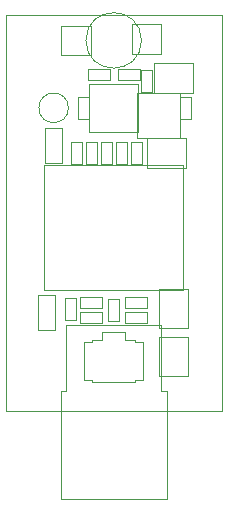
<source format=gbr>
%TF.GenerationSoftware,KiCad,Pcbnew,5.1.7+dfsg1-1~bpo10+1*%
%TF.CreationDate,Date%
%TF.ProjectId,ProMicro_POS,50726f4d-6963-4726-9f5f-504f532e6b69,v3.3*%
%TF.SameCoordinates,Original*%
%TF.FileFunction,Other,User*%
%FSLAX46Y46*%
G04 Gerber Fmt 4.6, Leading zero omitted, Abs format (unit mm)*
G04 Created by KiCad*
%MOMM*%
%LPD*%
G01*
G04 APERTURE LIST*
%ADD10C,0.050000*%
G04 APERTURE END LIST*
D10*
%TO.C,A1*%
X1520000Y-4060000D02*
X-16760000Y-4060000D01*
X1520000Y-4060000D02*
X1520000Y29460000D01*
X-16760000Y29460000D02*
X-16760000Y-4060000D01*
X-16760000Y29460000D02*
X1520000Y29460000D01*
%TO.C,R5*%
X-5245000Y16850000D02*
X-6185000Y16850000D01*
X-6185000Y16850000D02*
X-6185000Y18710000D01*
X-6185000Y18710000D02*
X-5245000Y18710000D01*
X-5245000Y18710000D02*
X-5245000Y16850000D01*
%TO.C,R4*%
X-6515000Y16850000D02*
X-7455000Y16850000D01*
X-7455000Y16850000D02*
X-7455000Y18710000D01*
X-7455000Y18710000D02*
X-6515000Y18710000D01*
X-6515000Y18710000D02*
X-6515000Y16850000D01*
%TO.C,H2*%
X-5270000Y27305000D02*
G75*
G03*
X-5270000Y27305000I-2350000J0D01*
G01*
%TO.C,U2*%
X-5610000Y19055000D02*
X-5610000Y22855000D01*
X-5610000Y22855000D02*
X-2010000Y22855000D01*
X-2010000Y22855000D02*
X-2010000Y19055000D01*
X-2010000Y19055000D02*
X-5610000Y19055000D01*
%TO.C,C3*%
X-4356000Y22946000D02*
X-5296000Y22946000D01*
X-5296000Y22946000D02*
X-5296000Y24806000D01*
X-5296000Y24806000D02*
X-4356000Y24806000D01*
X-4356000Y24806000D02*
X-4356000Y22946000D01*
%TO.C,C2*%
X-1054000Y20660000D02*
X-1994000Y20660000D01*
X-1994000Y20660000D02*
X-1994000Y22520000D01*
X-1994000Y22520000D02*
X-1054000Y22520000D01*
X-1054000Y22520000D02*
X-1054000Y20660000D01*
%TO.C,C1*%
X-8725000Y18710000D02*
X-7785000Y18710000D01*
X-7785000Y18710000D02*
X-7785000Y16850000D01*
X-7785000Y16850000D02*
X-8725000Y16850000D01*
X-8725000Y16850000D02*
X-8725000Y18710000D01*
%TO.C,TP4*%
X-11450000Y21590000D02*
G75*
G03*
X-11450000Y21590000I-1250000J0D01*
G01*
%TO.C,JP1*%
X-4190000Y25380000D02*
X-890000Y25380000D01*
X-4190000Y25380000D02*
X-4190000Y22880000D01*
X-890000Y22880000D02*
X-890000Y25380000D01*
X-890000Y22880000D02*
X-4190000Y22880000D01*
%TO.C,JP3*%
X-1290000Y6222000D02*
X-1290000Y2922000D01*
X-1290000Y6222000D02*
X-3790000Y6222000D01*
X-3790000Y2922000D02*
X-1290000Y2922000D01*
X-3790000Y2922000D02*
X-3790000Y6222000D01*
%TO.C,C4*%
X-9995000Y18710000D02*
X-9055000Y18710000D01*
X-9055000Y18710000D02*
X-9055000Y16850000D01*
X-9055000Y16850000D02*
X-9995000Y16850000D01*
X-9995000Y16850000D02*
X-9995000Y18710000D01*
%TO.C,C7*%
X-10630000Y22520000D02*
X-9690000Y22520000D01*
X-9690000Y22520000D02*
X-9690000Y20660000D01*
X-9690000Y20660000D02*
X-10630000Y20660000D01*
X-10630000Y20660000D02*
X-10630000Y22520000D01*
%TO.C,C9*%
X-11773000Y3665000D02*
X-11773000Y5525000D01*
X-10833000Y3665000D02*
X-11773000Y3665000D01*
X-10833000Y5525000D02*
X-10833000Y3665000D01*
X-11773000Y5525000D02*
X-10833000Y5525000D01*
%TO.C,JP4*%
X-1525000Y16530000D02*
X-4825000Y16530000D01*
X-1525000Y16530000D02*
X-1525000Y19030000D01*
X-4825000Y19030000D02*
X-4825000Y16530000D01*
X-4825000Y19030000D02*
X-1525000Y19030000D01*
%TO.C,TP6*%
X-6076000Y26182000D02*
X-6076000Y28682000D01*
X-6076000Y26182000D02*
X-3576000Y26182000D01*
X-3576000Y28682000D02*
X-6076000Y28682000D01*
X-3576000Y28682000D02*
X-3576000Y26182000D01*
%TO.C,TP5*%
X-12045000Y28555000D02*
X-9545000Y28555000D01*
X-12045000Y28555000D02*
X-12045000Y26055000D01*
X-9545000Y26055000D02*
X-9545000Y28555000D01*
X-9545000Y26055000D02*
X-12045000Y26055000D01*
%TO.C,C6*%
X-7280000Y23914000D02*
X-7280000Y24854000D01*
X-7280000Y24854000D02*
X-5420000Y24854000D01*
X-5420000Y24854000D02*
X-5420000Y23914000D01*
X-5420000Y23914000D02*
X-7280000Y23914000D01*
%TO.C,C5*%
X-7960000Y24854000D02*
X-7960000Y23914000D01*
X-7960000Y23914000D02*
X-9820000Y23914000D01*
X-9820000Y23914000D02*
X-9820000Y24854000D01*
X-9820000Y24854000D02*
X-7960000Y24854000D01*
%TO.C,U1*%
X-9670000Y19540000D02*
X-9670000Y23640000D01*
X-9670000Y23640000D02*
X-5570000Y23640000D01*
X-5570000Y23640000D02*
X-5570000Y19540000D01*
X-5570000Y19540000D02*
X-9670000Y19540000D01*
%TO.C,JP2*%
X-1290000Y2158000D02*
X-1290000Y-1142000D01*
X-1290000Y2158000D02*
X-3790000Y2158000D01*
X-3790000Y-1142000D02*
X-1290000Y-1142000D01*
X-3790000Y-1142000D02*
X-3790000Y2158000D01*
%TO.C,J1*%
X-6620000Y1955000D02*
X-6620000Y2655000D01*
X-9420000Y1955000D02*
X-8620000Y1955000D01*
X-5820000Y1955000D02*
X-5820000Y1755000D01*
X-5820000Y1755000D02*
X-5120000Y1755000D01*
X-5120000Y-1445000D02*
X-5120000Y1755000D01*
X-6620000Y1955000D02*
X-5820000Y1955000D01*
X-5820000Y-1445000D02*
X-5120000Y-1445000D01*
X-5820000Y-1445000D02*
X-5820000Y-1645000D01*
X-10120000Y-1445000D02*
X-10120000Y1755000D01*
X-10120000Y1755000D02*
X-9420000Y1755000D01*
X-9420000Y1955000D02*
X-9420000Y1755000D01*
X-9420000Y-1645000D02*
X-5820000Y-1645000D01*
X-10120000Y-1445000D02*
X-9420000Y-1445000D01*
X-9420000Y-1445000D02*
X-9420000Y-1645000D01*
X-8620000Y1955000D02*
X-8620000Y2655000D01*
X-8620000Y2655000D02*
X-6620000Y2655000D01*
%TO.C,R3*%
X-11265000Y18710000D02*
X-10325000Y18710000D01*
X-10325000Y18710000D02*
X-10325000Y16850000D01*
X-10325000Y16850000D02*
X-11265000Y16850000D01*
X-11265000Y16850000D02*
X-11265000Y18710000D01*
%TO.C,D1*%
X-11970000Y16935000D02*
X-13430000Y16935000D01*
X-13430000Y16935000D02*
X-13430000Y19895000D01*
X-13430000Y19895000D02*
X-11970000Y19895000D01*
X-11970000Y19895000D02*
X-11970000Y16935000D01*
%TO.C,C8*%
X-14065000Y5772500D02*
X-12605000Y5772500D01*
X-12605000Y5772500D02*
X-12605000Y2812500D01*
X-12605000Y2812500D02*
X-14065000Y2812500D01*
X-14065000Y2812500D02*
X-14065000Y5772500D01*
%TO.C,R1*%
X-8595000Y4610000D02*
X-10455000Y4610000D01*
X-8595000Y5550000D02*
X-8595000Y4610000D01*
X-10455000Y5550000D02*
X-8595000Y5550000D01*
X-10455000Y4610000D02*
X-10455000Y5550000D01*
%TO.C,L1*%
X-8595000Y3340000D02*
X-10455000Y3340000D01*
X-8595000Y4280000D02*
X-8595000Y3340000D01*
X-10455000Y4280000D02*
X-8595000Y4280000D01*
X-10455000Y3340000D02*
X-10455000Y4280000D01*
%TO.C,R2*%
X-7150000Y3515000D02*
X-8090000Y3515000D01*
X-8090000Y3515000D02*
X-8090000Y5375000D01*
X-8090000Y5375000D02*
X-7150000Y5375000D01*
X-7150000Y5375000D02*
X-7150000Y3515000D01*
%TO.C,C11*%
X-6645000Y3340000D02*
X-6645000Y4280000D01*
X-6645000Y4280000D02*
X-4785000Y4280000D01*
X-4785000Y4280000D02*
X-4785000Y3340000D01*
X-4785000Y3340000D02*
X-6645000Y3340000D01*
%TO.C,C10*%
X-6645000Y4610000D02*
X-6645000Y5550000D01*
X-6645000Y5550000D02*
X-4785000Y5550000D01*
X-4785000Y5550000D02*
X-4785000Y4610000D01*
X-4785000Y4610000D02*
X-6645000Y4610000D01*
%TO.C,J2*%
X-3620000Y-2365000D02*
X-3620000Y3235000D01*
X-3120000Y-11485000D02*
X-12120000Y-11485000D01*
X-11620000Y-2365000D02*
X-11620000Y3235000D01*
X-11620000Y3235000D02*
X-3620000Y3235000D01*
X-12120000Y-11485000D02*
X-12120000Y-2365000D01*
X-12120000Y-2365000D02*
X-11620000Y-2365000D01*
X-3120000Y-11485000D02*
X-3120000Y-2365000D01*
X-3120000Y-2365000D02*
X-3620000Y-2365000D01*
%TO.C,U3*%
X-13520000Y16730000D02*
X-1720000Y16730000D01*
X-1720000Y16730000D02*
X-1720000Y6130000D01*
X-13520000Y6130000D02*
X-1720000Y6130000D01*
X-13520000Y16730000D02*
X-13520000Y6130000D01*
%TD*%
M02*

</source>
